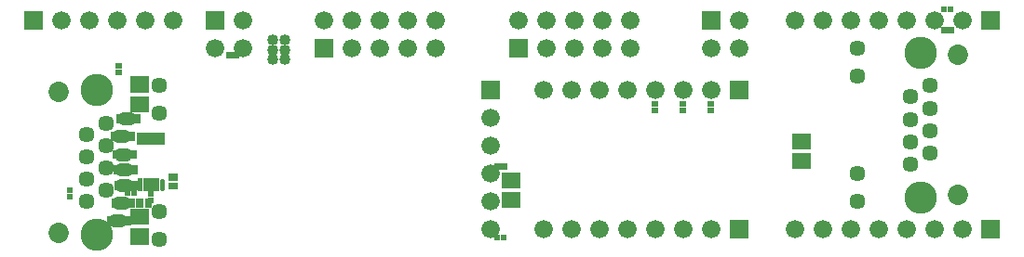
<source format=gbr>
G04 start of page 11 for group -4062 idx -4062 *
G04 Title: (unknown), soldermask *
G04 Creator: pcb 4.2.0 *
G04 CreationDate: Sat Jun 20 18:17:33 2020 UTC *
G04 For: commonadmin *
G04 Format: Gerber/RS-274X *
G04 PCB-Dimensions (mil): 4000.00 3500.00 *
G04 PCB-Coordinate-Origin: lower left *
%MOIN*%
%FSLAX25Y25*%
%LNBOTTOMMASK*%
%ADD137C,0.0180*%
%ADD136C,0.0200*%
%ADD135C,0.0400*%
%ADD134C,0.0660*%
%ADD133C,0.0001*%
%ADD132C,0.0572*%
%ADD131C,0.1162*%
%ADD130C,0.0729*%
G54D130*X34039Y23827D03*
G54D131*X47543Y23039D03*
G54D132*X44000Y51031D03*
Y43000D03*
Y34969D03*
X51087Y47016D03*
Y38984D03*
X70024Y21465D03*
Y31504D03*
G54D133*G36*
X185200Y78300D02*Y71700D01*
X191800D01*
Y78300D01*
X185200D01*
G37*
G54D134*X188500Y65000D03*
Y55000D03*
Y45000D03*
Y35000D03*
Y25000D03*
G54D133*G36*
X125700Y93300D02*Y86700D01*
X132300D01*
Y93300D01*
X125700D01*
G37*
G54D134*X139000Y90000D03*
X149000D03*
X159000D03*
X129000Y100000D03*
X139000D03*
X149000D03*
X159000D03*
X169000D03*
X198500D03*
X169000Y90000D03*
G54D133*G36*
X195200Y93300D02*Y86700D01*
X201800D01*
Y93300D01*
X195200D01*
G37*
G54D134*X208500Y90000D03*
Y100000D03*
G54D133*G36*
X86700Y103300D02*Y96700D01*
X93300D01*
Y103300D01*
X86700D01*
G37*
G54D134*X100000Y100000D03*
X90000Y90000D03*
X100000D03*
G54D132*X44000Y59063D03*
X51087Y55047D03*
Y63079D03*
X70024Y66543D03*
Y76583D03*
G54D130*X34039Y74220D03*
G54D131*X47543Y75008D03*
G54D133*G36*
X21700Y103300D02*Y96700D01*
X28300D01*
Y103300D01*
X21700D01*
G37*
G54D134*X35000Y100000D03*
X45000D03*
X55000D03*
X65000D03*
X75000D03*
G54D132*X338957Y64508D03*
G54D130*X356004Y87697D03*
G54D131*X342500Y88484D03*
G54D132*X346043Y60492D03*
Y68524D03*
Y76555D03*
X320020Y44980D03*
Y34941D03*
G54D130*X356004Y37303D03*
G54D131*X342500Y36516D03*
G54D132*X346043Y52461D03*
X338957Y56476D03*
Y48445D03*
G54D133*G36*
X274200Y28300D02*Y21700D01*
X280800D01*
Y28300D01*
X274200D01*
G37*
G54D134*X267500Y25000D03*
X257500D03*
X247500D03*
X237500D03*
X227500D03*
X217500D03*
X207500D03*
G54D133*G36*
X364200Y28300D02*Y21700D01*
X370800D01*
Y28300D01*
X364200D01*
G37*
G54D134*X357500Y25000D03*
X347500D03*
X337500D03*
X327500D03*
X317500D03*
X307500D03*
X297500D03*
G54D132*X338957Y72539D03*
X320020Y90059D03*
Y80020D03*
G54D133*G36*
X364200Y103300D02*Y96700D01*
X370800D01*
Y103300D01*
X364200D01*
G37*
G54D134*X357500Y100000D03*
X347500D03*
X337500D03*
X327500D03*
X317500D03*
X307500D03*
X297500D03*
G54D133*G36*
X274200Y78300D02*Y71700D01*
X280800D01*
Y78300D01*
X274200D01*
G37*
G54D134*X277500Y90000D03*
Y100000D03*
X267500Y75000D03*
G54D133*G36*
X264200Y103300D02*Y96700D01*
X270800D01*
Y103300D01*
X264200D01*
G37*
G54D134*X267500Y90000D03*
X257500Y75000D03*
X247500D03*
X237500D03*
X227500D03*
X238500Y90000D03*
Y100000D03*
X217500Y75000D03*
X207500D03*
X218500Y90000D03*
Y100000D03*
X228500Y90000D03*
Y100000D03*
G54D135*X110500Y86000D03*
Y89500D03*
Y93000D03*
X115000Y86000D03*
Y89500D03*
Y93000D03*
G54D133*G36*
X59748Y72785D02*Y67067D01*
X66252D01*
Y72785D01*
X59748D01*
G37*
G36*
Y79871D02*Y74153D01*
X66252D01*
Y79871D01*
X59748D01*
G37*
G36*
X54413Y84768D02*Y82594D01*
X56587D01*
Y84768D01*
X54413D01*
G37*
G36*
Y82406D02*Y80232D01*
X56587D01*
Y82406D01*
X54413D01*
G37*
G36*
X96413Y88587D02*Y86413D01*
X98587D01*
Y88587D01*
X96413D01*
G37*
G36*
X94051D02*Y86413D01*
X96225D01*
Y88587D01*
X94051D01*
G37*
G54D136*X56950Y63300D02*X59950D01*
X56250Y64000D02*X56950Y63300D01*
G54D133*G36*
X54750Y65000D02*Y63000D01*
X57250D01*
Y65000D01*
X54750D01*
G37*
G54D136*X57250Y63300D02*X57850Y63900D01*
X58450Y63300D01*
X59950D02*X60650Y64000D01*
G54D133*G36*
X59650Y65000D02*Y63000D01*
X63150D01*
Y65000D01*
X59650D01*
G37*
G54D136*X59050Y63900D02*X59650Y63300D01*
X58450D02*X59050Y63900D01*
X56850Y65900D02*X59950D01*
X60550Y65300D01*
G54D133*G36*
X59550Y66300D02*Y64300D01*
X63150D01*
Y66300D01*
X59550D01*
G37*
G54D136*X59050Y65200D02*X59750Y65900D01*
X56250Y65300D02*X56850Y65900D01*
G54D133*G36*
X54750Y66300D02*Y64300D01*
X57250D01*
Y66300D01*
X54750D01*
G37*
G54D136*X59750Y65900D02*X59950D01*
X58350D02*X59050Y65200D01*
X57850D02*X58550Y65900D01*
X57150D02*X57850Y65200D01*
X54950Y57000D02*X57950D01*
X54250Y57700D02*X54950Y57000D01*
G54D133*G36*
X52750Y58700D02*Y56700D01*
X55250D01*
Y58700D01*
X52750D01*
G37*
G54D136*X55250Y57000D02*X55850Y57600D01*
X56450Y57000D01*
X57950D02*X58650Y57700D01*
G54D133*G36*
X57650Y58700D02*Y56700D01*
X61150D01*
Y58700D01*
X57650D01*
G37*
G54D136*X57050Y57600D02*X57650Y57000D01*
X56450D02*X57050Y57600D01*
X54850Y59600D02*X57950D01*
X57750D02*X57950D01*
X54250Y59000D02*X54850Y59600D01*
G54D133*G36*
X52750Y60000D02*Y58000D01*
X55250D01*
Y60000D01*
X52750D01*
G37*
G54D136*X57950Y59600D02*X58550Y59000D01*
X57050Y58900D02*X57750Y59600D01*
X56350D02*X57050Y58900D01*
X55850D02*X56550Y59600D01*
X55150D02*X55850Y58900D01*
G54D133*G36*
X57550Y60000D02*Y58000D01*
X61150D01*
Y60000D01*
X57550D01*
G37*
G36*
X63900Y59700D02*X62100D01*
Y55300D01*
X63900D01*
Y59700D01*
G37*
G36*
X65900D02*X64100D01*
Y55300D01*
X65900D01*
Y59700D01*
G37*
G36*
X67900D02*X66100D01*
Y55300D01*
X67900D01*
Y59700D01*
G37*
G36*
X69800D02*X68000D01*
Y55300D01*
X69800D01*
Y59700D01*
G37*
G36*
X71800D02*X70000D01*
Y55300D01*
X71800D01*
Y59700D01*
G37*
G36*
X189913Y23087D02*Y20913D01*
X192087D01*
Y23087D01*
X189913D01*
G37*
G36*
X192275D02*Y20913D01*
X194449D01*
Y23087D01*
X192275D01*
G37*
G36*
X192748Y38273D02*Y32555D01*
X199252D01*
Y38273D01*
X192748D01*
G37*
G36*
Y45359D02*Y39641D01*
X199252D01*
Y45359D01*
X192748D01*
G37*
G36*
X192413Y48587D02*Y46413D01*
X194587D01*
Y48587D01*
X192413D01*
G37*
G36*
X190051D02*Y46413D01*
X192225D01*
Y48587D01*
X190051D01*
G37*
G36*
X296748Y52359D02*Y46641D01*
X303252D01*
Y52359D01*
X296748D01*
G37*
G36*
Y59445D02*Y53727D01*
X303252D01*
Y59445D01*
X296748D01*
G37*
G36*
X352275Y105087D02*Y102913D01*
X354449D01*
Y105087D01*
X352275D01*
G37*
G36*
X349913D02*Y102913D01*
X352087D01*
Y105087D01*
X349913D01*
G37*
G36*
X352413Y97587D02*Y95413D01*
X354587D01*
Y97587D01*
X352413D01*
G37*
G36*
X350051D02*Y95413D01*
X352225D01*
Y97587D01*
X350051D01*
G37*
G36*
X246413Y68725D02*Y66551D01*
X248587D01*
Y68725D01*
X246413D01*
G37*
G36*
Y71087D02*Y68913D01*
X248587D01*
Y71087D01*
X246413D01*
G37*
G36*
X266413Y68725D02*Y66551D01*
X268587D01*
Y68725D01*
X266413D01*
G37*
G36*
Y71087D02*Y68913D01*
X268587D01*
Y71087D01*
X266413D01*
G37*
G36*
X256413Y68725D02*Y66551D01*
X258587D01*
Y68725D01*
X256413D01*
G37*
G36*
Y71087D02*Y68913D01*
X258587D01*
Y71087D01*
X256413D01*
G37*
G36*
X36913Y40087D02*Y37913D01*
X39087D01*
Y40087D01*
X36913D01*
G37*
G36*
Y37725D02*Y35551D01*
X39087D01*
Y37725D01*
X36913D01*
G37*
G54D136*X55600Y50500D02*X58600D01*
X59300Y51200D01*
X57700Y51100D02*X58300Y50500D01*
X57100D02*X57700Y51100D01*
G54D133*G36*
X58300Y52200D02*Y50200D01*
X61800D01*
Y52200D01*
X58300D01*
G37*
G54D136*X54900Y51200D02*X55600Y50500D01*
X55900D02*X56500Y51100D01*
X57100Y50500D01*
X55850Y47600D02*X58950D01*
X58750D02*X58950D01*
X55250Y47000D02*X55850Y47600D01*
G54D133*G36*
X53750Y48000D02*Y46000D01*
X56250D01*
Y48000D01*
X53750D01*
G37*
G54D136*X58950Y47600D02*X59550Y47000D01*
G54D133*G36*
X58550Y48000D02*Y46000D01*
X62150D01*
Y48000D01*
X58550D01*
G37*
G54D136*X58050Y46900D02*X58750Y47600D01*
X57350D02*X58050Y46900D01*
X56850D02*X57550Y47600D01*
X56150D02*X56850Y46900D01*
G54D133*G36*
X53400Y52200D02*Y50200D01*
X55900D01*
Y52200D01*
X53400D01*
G37*
G54D136*X58600Y53100D02*X59200Y52500D01*
G54D133*G36*
X58200Y53500D02*Y51500D01*
X61800D01*
Y53500D01*
X58200D01*
G37*
G54D136*X57700Y52400D02*X58400Y53100D01*
X58600D01*
X54900Y52500D02*X55500Y53100D01*
G54D133*G36*
X53400Y53500D02*Y51500D01*
X55900D01*
Y53500D01*
X53400D01*
G37*
G54D136*X55500Y53100D02*X58600D01*
X57000D02*X57700Y52400D01*
X56500D02*X57200Y53100D01*
X55800D02*X56500Y52400D01*
X55950Y45000D02*X58950D01*
X55250Y45700D02*X55950Y45000D01*
G54D133*G36*
X53750Y46700D02*Y44700D01*
X56250D01*
Y46700D01*
X53750D01*
G37*
G54D136*X56250Y45000D02*X56850Y45600D01*
X57450Y45000D01*
X58950D02*X59650Y45700D01*
G54D133*G36*
X58650Y46700D02*Y44700D01*
X62150D01*
Y46700D01*
X58650D01*
G37*
G54D136*X58050Y45600D02*X58650Y45000D01*
X57450D02*X58050Y45600D01*
X56050Y39300D02*X59050D01*
X58150Y39900D02*X58750Y39300D01*
X57550D02*X58150Y39900D01*
X56950D02*X57550Y39300D01*
X59050D02*X59750Y40000D01*
X55350D02*X56050Y39300D01*
G54D133*G36*
X53850Y41000D02*Y39000D01*
X56350D01*
Y41000D01*
X53850D01*
G37*
G54D136*X56350Y39300D02*X56950Y39900D01*
X55350Y41300D02*X55950Y41900D01*
G54D133*G36*
X53850Y42300D02*Y40300D01*
X56350D01*
Y42300D01*
X53850D01*
G37*
G54D136*X59050Y41900D02*X59650Y41300D01*
X58150Y41200D02*X58850Y41900D01*
X59050D01*
X55950D02*X59050D01*
X57450D02*X58150Y41200D01*
X56950D02*X57650Y41900D01*
X56250D02*X56950Y41200D01*
G54D133*G36*
X73323Y41784D02*Y39216D01*
X76677D01*
Y41784D01*
X73323D01*
G37*
G36*
Y44932D02*Y42364D01*
X76677D01*
Y44932D01*
X73323D01*
G37*
G54D137*X71000Y42300D02*Y39700D01*
G54D133*G36*
X69900Y43200D02*X68100D01*
Y38800D01*
X69900D01*
Y43200D01*
G37*
G36*
X65913Y38855D02*Y36681D01*
X68087D01*
Y38855D01*
X65913D01*
G37*
G36*
Y36493D02*Y34319D01*
X68087D01*
Y36493D01*
X65913D01*
G37*
G36*
X59913Y39087D02*Y36913D01*
X62087D01*
Y39087D01*
X59913D01*
G37*
G36*
X67432Y36146D02*X64864D01*
Y32792D01*
X67432D01*
Y36146D01*
G37*
G36*
X64284D02*X61716D01*
Y32792D01*
X64284D01*
Y36146D01*
G37*
G36*
X59748Y32328D02*Y26610D01*
X66252D01*
Y32328D01*
X59748D01*
G37*
G36*
Y25242D02*Y19524D01*
X66252D01*
Y25242D01*
X59748D01*
G37*
G36*
X57551Y39087D02*Y36913D01*
X59725D01*
Y39087D01*
X57551D01*
G37*
G54D136*X55100Y33000D02*X58100D01*
X54400Y33700D02*X55100Y33000D01*
G54D133*G36*
X52900Y34700D02*Y32700D01*
X55400D01*
Y34700D01*
X52900D01*
G37*
G54D136*X55400Y33000D02*X56000Y33600D01*
X56600Y33000D01*
X58100D02*X58800Y33700D01*
G54D133*G36*
X57800Y34700D02*Y32700D01*
X61300D01*
Y34700D01*
X57800D01*
G37*
G54D136*X57200Y33600D02*X57800Y33000D01*
X56600D02*X57200Y33600D01*
X55000Y35600D02*X58100D01*
X54400Y35000D02*X55000Y35600D01*
G54D133*G36*
X52900Y36000D02*Y34000D01*
X55400D01*
Y36000D01*
X52900D01*
G37*
G54D136*X56000Y34900D02*X56700Y35600D01*
X55300D02*X56000Y34900D01*
X58100Y35600D02*X58700Y35000D01*
G54D133*G36*
X57700Y36000D02*Y34000D01*
X61300D01*
Y36000D01*
X57700D01*
G37*
G54D136*X57200Y34900D02*X57900Y35600D01*
X58100D01*
X56500D02*X57200Y34900D01*
G54D133*G36*
X67900Y43200D02*X66100D01*
Y38800D01*
X67900D01*
Y43200D01*
G37*
G36*
X66000D02*X64200D01*
Y38800D01*
X66000D01*
Y43200D01*
G37*
G36*
X64000D02*X62200D01*
Y38800D01*
X64000D01*
Y43200D01*
G37*
G36*
X58750Y41000D02*Y39000D01*
X62250D01*
Y41000D01*
X58750D01*
G37*
G36*
X58650Y42300D02*Y40300D01*
X62250D01*
Y42300D01*
X58650D01*
G37*
G54D136*X53600Y26600D02*X56600D01*
X52900Y27300D02*X53600Y26600D01*
X55700Y27200D02*X56300Y26600D01*
X55100D02*X55700Y27200D01*
X53900Y26600D02*X54500Y27200D01*
X55100Y26600D01*
G54D133*G36*
X51400Y28300D02*Y26300D01*
X53900D01*
Y28300D01*
X51400D01*
G37*
G54D136*X52900Y28600D02*X53500Y29200D01*
G54D133*G36*
X51400Y29600D02*Y27600D01*
X53900D01*
Y29600D01*
X51400D01*
G37*
G54D136*X53800Y29200D02*X54500Y28500D01*
X56600Y26600D02*X57300Y27300D01*
G54D133*G36*
X56300Y28300D02*Y26300D01*
X59800D01*
Y28300D01*
X56300D01*
G37*
G54D136*X56600Y29200D02*X57200Y28600D01*
G54D133*G36*
X56200Y29600D02*Y27600D01*
X59800D01*
Y29600D01*
X56200D01*
G37*
G54D136*X55700Y28500D02*X56400Y29200D01*
X56600D01*
X53500D02*X56600D01*
X55000D02*X55700Y28500D01*
X54500D02*X55200Y29200D01*
M02*

</source>
